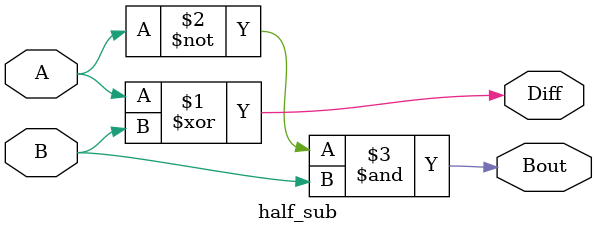
<source format=v>
`timescale 1ns / 1ps


module half_sub(
    input A,B,  //inputs single-bit A and B
    output Diff,Bout  //outputs Difference and Borrow out
    );

    assign Diff = A ^ B; //Difference between A and B
    assign Bout = (~A) & B; //Borrow
    
endmodule

</source>
